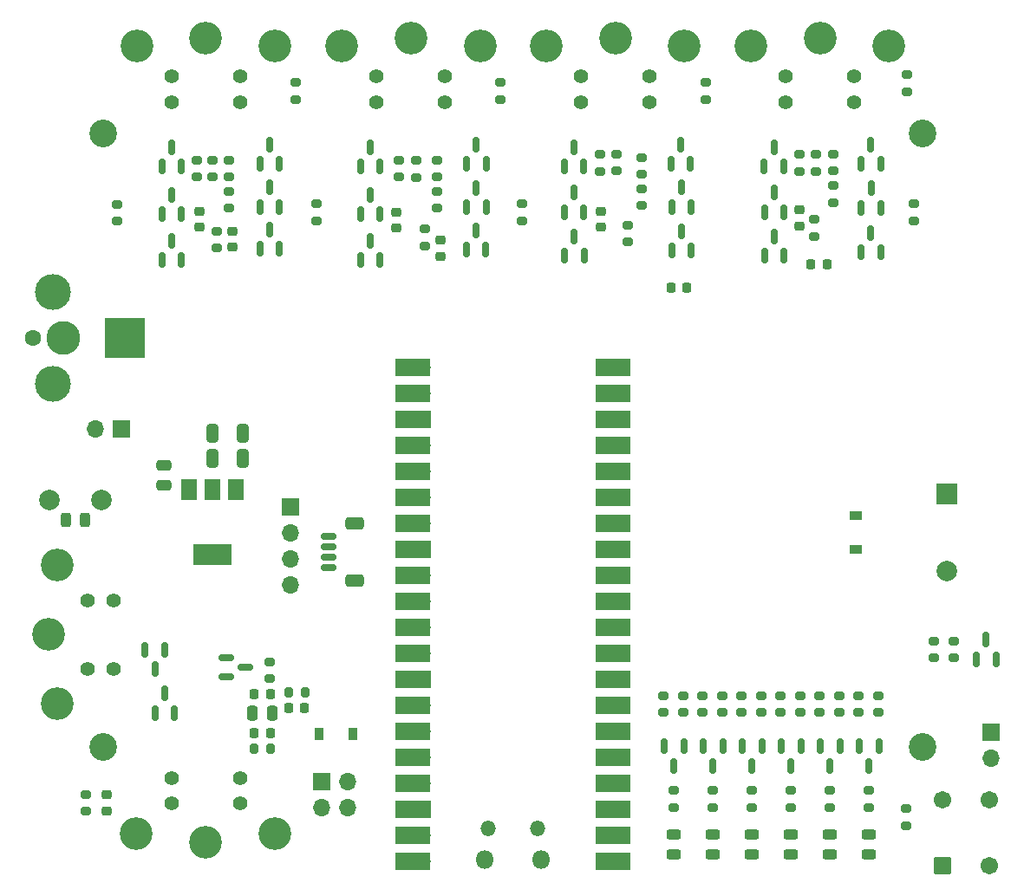
<source format=gts>
G04 #@! TF.GenerationSoftware,KiCad,Pcbnew,9.0.4-9.0.4-0~ubuntu22.04.1*
G04 #@! TF.CreationDate,2025-10-28T08:42:02-06:00*
G04 #@! TF.ProjectId,WOOTSwitch,574f4f54-5377-4697-9463-682e6b696361,rev?*
G04 #@! TF.SameCoordinates,Original*
G04 #@! TF.FileFunction,Soldermask,Top*
G04 #@! TF.FilePolarity,Negative*
%FSLAX46Y46*%
G04 Gerber Fmt 4.6, Leading zero omitted, Abs format (unit mm)*
G04 Created by KiCad (PCBNEW 9.0.4-9.0.4-0~ubuntu22.04.1) date 2025-10-28 08:42:02*
%MOMM*%
%LPD*%
G01*
G04 APERTURE LIST*
G04 Aperture macros list*
%AMRoundRect*
0 Rectangle with rounded corners*
0 $1 Rounding radius*
0 $2 $3 $4 $5 $6 $7 $8 $9 X,Y pos of 4 corners*
0 Add a 4 corners polygon primitive as box body*
4,1,4,$2,$3,$4,$5,$6,$7,$8,$9,$2,$3,0*
0 Add four circle primitives for the rounded corners*
1,1,$1+$1,$2,$3*
1,1,$1+$1,$4,$5*
1,1,$1+$1,$6,$7*
1,1,$1+$1,$8,$9*
0 Add four rect primitives between the rounded corners*
20,1,$1+$1,$2,$3,$4,$5,0*
20,1,$1+$1,$4,$5,$6,$7,0*
20,1,$1+$1,$6,$7,$8,$9,0*
20,1,$1+$1,$8,$9,$2,$3,0*%
G04 Aperture macros list end*
%ADD10RoundRect,0.200000X-0.275000X0.200000X-0.275000X-0.200000X0.275000X-0.200000X0.275000X0.200000X0*%
%ADD11RoundRect,0.150000X0.150000X-0.587500X0.150000X0.587500X-0.150000X0.587500X-0.150000X-0.587500X0*%
%ADD12RoundRect,0.200000X0.275000X-0.200000X0.275000X0.200000X-0.275000X0.200000X-0.275000X-0.200000X0*%
%ADD13RoundRect,0.243750X-0.456250X0.243750X-0.456250X-0.243750X0.456250X-0.243750X0.456250X0.243750X0*%
%ADD14RoundRect,0.225000X0.225000X0.250000X-0.225000X0.250000X-0.225000X-0.250000X0.225000X-0.250000X0*%
%ADD15RoundRect,0.225000X-0.250000X0.225000X-0.250000X-0.225000X0.250000X-0.225000X0.250000X0.225000X0*%
%ADD16RoundRect,0.218750X-0.256250X0.218750X-0.256250X-0.218750X0.256250X-0.218750X0.256250X0.218750X0*%
%ADD17RoundRect,0.243750X0.243750X0.456250X-0.243750X0.456250X-0.243750X-0.456250X0.243750X-0.456250X0*%
%ADD18RoundRect,0.150000X-0.150000X0.587500X-0.150000X-0.587500X0.150000X-0.587500X0.150000X0.587500X0*%
%ADD19C,2.700000*%
%ADD20C,1.400000*%
%ADD21C,3.200000*%
%ADD22RoundRect,0.150000X-0.587500X-0.150000X0.587500X-0.150000X0.587500X0.150000X-0.587500X0.150000X0*%
%ADD23R,1.700000X1.700000*%
%ADD24O,1.700000X1.700000*%
%ADD25RoundRect,0.102000X0.749000X-0.749000X0.749000X0.749000X-0.749000X0.749000X-0.749000X-0.749000X0*%
%ADD26C,1.702000*%
%ADD27C,1.600000*%
%ADD28R,4.000000X4.000000*%
%ADD29C,3.300000*%
%ADD30C,3.500000*%
%ADD31O,1.800000X1.800000*%
%ADD32O,1.500000X1.500000*%
%ADD33R,3.500000X1.700000*%
%ADD34R,1.500000X2.000000*%
%ADD35R,3.800000X2.000000*%
%ADD36R,2.000000X2.000000*%
%ADD37C,2.000000*%
%ADD38RoundRect,0.250000X-0.325000X-0.650000X0.325000X-0.650000X0.325000X0.650000X-0.325000X0.650000X0*%
%ADD39RoundRect,0.200000X-0.200000X-0.275000X0.200000X-0.275000X0.200000X0.275000X-0.200000X0.275000X0*%
%ADD40RoundRect,0.200000X0.200000X0.275000X-0.200000X0.275000X-0.200000X-0.275000X0.200000X-0.275000X0*%
%ADD41RoundRect,0.225000X-0.225000X-0.250000X0.225000X-0.250000X0.225000X0.250000X-0.225000X0.250000X0*%
%ADD42RoundRect,0.150000X-0.625000X0.150000X-0.625000X-0.150000X0.625000X-0.150000X0.625000X0.150000X0*%
%ADD43RoundRect,0.250000X-0.650000X0.350000X-0.650000X-0.350000X0.650000X-0.350000X0.650000X0.350000X0*%
%ADD44R,0.900000X1.200000*%
%ADD45RoundRect,0.250000X0.475000X-0.250000X0.475000X0.250000X-0.475000X0.250000X-0.475000X-0.250000X0*%
%ADD46R,1.200000X0.900000*%
%ADD47RoundRect,0.250000X0.250000X0.475000X-0.250000X0.475000X-0.250000X-0.475000X0.250000X-0.475000X0*%
G04 APERTURE END LIST*
D10*
X138010000Y-76080000D03*
X138010000Y-77730000D03*
X108810000Y-69070000D03*
X108810000Y-70720000D03*
X71350000Y-80940000D03*
X71350000Y-82590000D03*
D11*
X144010000Y-85645000D03*
X145910000Y-85645000D03*
X144960000Y-83770000D03*
D12*
X120110000Y-77710000D03*
X120110000Y-76060000D03*
X125730000Y-139890000D03*
X125730000Y-138240000D03*
D10*
X79130000Y-76635000D03*
X79130000Y-78285000D03*
D11*
X125510000Y-85455000D03*
X127410000Y-85455000D03*
X126460000Y-83580000D03*
D10*
X82300000Y-76630000D03*
X82300000Y-78280000D03*
D13*
X133350000Y-142572500D03*
X133350000Y-144447500D03*
D10*
X118520000Y-76080000D03*
X118520000Y-77730000D03*
D11*
X134550000Y-77285000D03*
X136450000Y-77285000D03*
X135500000Y-75410000D03*
X115050000Y-86005000D03*
X116950000Y-86005000D03*
X116000000Y-84130000D03*
D10*
X132334000Y-128969000D03*
X132334000Y-130619000D03*
D12*
X137160000Y-139890000D03*
X137160000Y-138240000D03*
D14*
X86300000Y-128790000D03*
X84750000Y-128790000D03*
D15*
X98590000Y-81750000D03*
X98590000Y-83300000D03*
D10*
X136144000Y-128969000D03*
X136144000Y-130619000D03*
X68326000Y-138621000D03*
X68326000Y-140271000D03*
D16*
X70358000Y-138658500D03*
X70358000Y-140233500D03*
D10*
X148450000Y-68310000D03*
X148450000Y-69960000D03*
D17*
X68255000Y-111800000D03*
X66380000Y-111800000D03*
D11*
X125530000Y-81200000D03*
X127430000Y-81200000D03*
X126480000Y-79325000D03*
X95120000Y-86425000D03*
X97020000Y-86425000D03*
X96070000Y-84550000D03*
D10*
X90840000Y-80920000D03*
X90840000Y-82570000D03*
X139460000Y-82460000D03*
X139460000Y-84110000D03*
D11*
X75740000Y-81890000D03*
X77640000Y-81890000D03*
X76690000Y-80015000D03*
D18*
X75990000Y-124465000D03*
X74090000Y-124465000D03*
X75040000Y-126340000D03*
D14*
X140660000Y-86840000D03*
X139110000Y-86840000D03*
D19*
X70000000Y-74000000D03*
D11*
X155260000Y-125397500D03*
X157160000Y-125397500D03*
X156210000Y-123522500D03*
D18*
X134300000Y-133936500D03*
X132400000Y-133936500D03*
X133350000Y-135811500D03*
D10*
X122590000Y-79450000D03*
X122590000Y-81100000D03*
D12*
X129540000Y-139890000D03*
X129540000Y-138240000D03*
D10*
X128524000Y-128969000D03*
X128524000Y-130619000D03*
X102600000Y-79705000D03*
X102600000Y-81355000D03*
D12*
X134239000Y-130619000D03*
X134239000Y-128969000D03*
D20*
X68500000Y-126350000D03*
X68500000Y-119650000D03*
X71000000Y-126350000D03*
X71000000Y-119650000D03*
D21*
X65510000Y-129760000D03*
X64700000Y-123000000D03*
X65510000Y-116240000D03*
D18*
X126680000Y-133936500D03*
X124780000Y-133936500D03*
X125730000Y-135811500D03*
D22*
X82015000Y-125230000D03*
X82015000Y-127130000D03*
X83890000Y-126180000D03*
D15*
X79350000Y-81660000D03*
X79350000Y-83210000D03*
D20*
X136630000Y-68490000D03*
X143330000Y-68490000D03*
X136630000Y-70990000D03*
X143330000Y-70990000D03*
D21*
X133220000Y-65500000D03*
X139980000Y-64690000D03*
X146740000Y-65500000D03*
D13*
X140970000Y-142572500D03*
X140970000Y-144447500D03*
D11*
X95120000Y-77285000D03*
X97020000Y-77285000D03*
X96070000Y-75410000D03*
D23*
X156718000Y-132583000D03*
D24*
X156718000Y-135123000D03*
D25*
X151990000Y-145610000D03*
D26*
X151990000Y-139110000D03*
X156490000Y-145610000D03*
X156490000Y-139110000D03*
D12*
X80640000Y-78285000D03*
X80640000Y-76635000D03*
D20*
X76670000Y-68490000D03*
X83370000Y-68490000D03*
X76670000Y-70990000D03*
X83370000Y-70990000D03*
D21*
X73260000Y-65500000D03*
X80020000Y-64690000D03*
X86780000Y-65500000D03*
D13*
X125730000Y-142572500D03*
X125730000Y-144447500D03*
D12*
X126619000Y-130619000D03*
X126619000Y-128969000D03*
D11*
X134570000Y-86005000D03*
X136470000Y-86005000D03*
X135520000Y-84130000D03*
D27*
X63100000Y-94000000D03*
D28*
X72100000Y-94000000D03*
D29*
X66100000Y-94000000D03*
D30*
X65100000Y-89500000D03*
X65100000Y-98500000D03*
D10*
X81100000Y-83575000D03*
X81100000Y-85225000D03*
X82300000Y-79705000D03*
X82300000Y-81355000D03*
D14*
X86300000Y-132600000D03*
X84750000Y-132600000D03*
D10*
X153035000Y-123635000D03*
X153035000Y-125285000D03*
D11*
X75740000Y-86430000D03*
X77640000Y-86430000D03*
X76690000Y-84555000D03*
D31*
X112725000Y-145000000D03*
D32*
X112425000Y-141970000D03*
X107575000Y-141970000D03*
D31*
X107275000Y-145000000D03*
D24*
X118890000Y-145130000D03*
D33*
X119790000Y-145130000D03*
D24*
X118890000Y-142590000D03*
D33*
X119790000Y-142590000D03*
D23*
X118890000Y-140050000D03*
D33*
X119790000Y-140050000D03*
D24*
X118890000Y-137510000D03*
D33*
X119790000Y-137510000D03*
D24*
X118890000Y-134970000D03*
D33*
X119790000Y-134970000D03*
D24*
X118890000Y-132430000D03*
D33*
X119790000Y-132430000D03*
D24*
X118890000Y-129890000D03*
D33*
X119790000Y-129890000D03*
D23*
X118890000Y-127350000D03*
D33*
X119790000Y-127350000D03*
D24*
X118890000Y-124810000D03*
D33*
X119790000Y-124810000D03*
D24*
X118890000Y-122270000D03*
D33*
X119790000Y-122270000D03*
D24*
X118890000Y-119730000D03*
D33*
X119790000Y-119730000D03*
D24*
X118890000Y-117190000D03*
D33*
X119790000Y-117190000D03*
D23*
X118890000Y-114650000D03*
D33*
X119790000Y-114650000D03*
D24*
X118890000Y-112110000D03*
D33*
X119790000Y-112110000D03*
D24*
X118890000Y-109570000D03*
D33*
X119790000Y-109570000D03*
D24*
X118890000Y-107030000D03*
D33*
X119790000Y-107030000D03*
D24*
X118890000Y-104490000D03*
D33*
X119790000Y-104490000D03*
D23*
X118890000Y-101950000D03*
D33*
X119790000Y-101950000D03*
D24*
X118890000Y-99410000D03*
D33*
X119790000Y-99410000D03*
D24*
X118890000Y-96870000D03*
D33*
X119790000Y-96870000D03*
D24*
X101110000Y-96870000D03*
D33*
X100210000Y-96870000D03*
D24*
X101110000Y-99410000D03*
D33*
X100210000Y-99410000D03*
D23*
X101110000Y-101950000D03*
D33*
X100210000Y-101950000D03*
D24*
X101110000Y-104490000D03*
D33*
X100210000Y-104490000D03*
D24*
X101110000Y-107030000D03*
D33*
X100210000Y-107030000D03*
D24*
X101110000Y-109570000D03*
D33*
X100210000Y-109570000D03*
D24*
X101110000Y-112110000D03*
D33*
X100210000Y-112110000D03*
D23*
X101110000Y-114650000D03*
D33*
X100210000Y-114650000D03*
D24*
X101110000Y-117190000D03*
D33*
X100210000Y-117190000D03*
D24*
X101110000Y-119730000D03*
D33*
X100210000Y-119730000D03*
D24*
X101110000Y-122270000D03*
D33*
X100210000Y-122270000D03*
D24*
X101110000Y-124810000D03*
D33*
X100210000Y-124810000D03*
D23*
X101110000Y-127350000D03*
D33*
X100210000Y-127350000D03*
D24*
X101110000Y-129890000D03*
D33*
X100210000Y-129890000D03*
D24*
X101110000Y-132430000D03*
D33*
X100210000Y-132430000D03*
D24*
X101110000Y-134970000D03*
D33*
X100210000Y-134970000D03*
D24*
X101110000Y-137510000D03*
D33*
X100210000Y-137510000D03*
D23*
X101110000Y-140050000D03*
D33*
X100210000Y-140050000D03*
D24*
X101110000Y-142590000D03*
D33*
X100210000Y-142590000D03*
D24*
X101110000Y-145130000D03*
D33*
X100210000Y-145130000D03*
D34*
X82945000Y-108864000D03*
X80645000Y-108864000D03*
D35*
X80645000Y-115164000D03*
D34*
X78345000Y-108864000D03*
D10*
X151130000Y-123635000D03*
X151130000Y-125285000D03*
D36*
X152400000Y-109230000D03*
D37*
X152400000Y-116830000D03*
D38*
X80680000Y-103370000D03*
X83630000Y-103370000D03*
D10*
X102600000Y-76630000D03*
X102600000Y-78280000D03*
D39*
X88090000Y-128630000D03*
X89740000Y-128630000D03*
D14*
X89675000Y-130175000D03*
X88125000Y-130175000D03*
D40*
X86340000Y-134190000D03*
X84690000Y-134190000D03*
D18*
X138110000Y-133936500D03*
X136210000Y-133936500D03*
X137160000Y-135811500D03*
D11*
X144000000Y-76980000D03*
X145900000Y-76980000D03*
X144950000Y-75105000D03*
D10*
X121250000Y-83000000D03*
X121250000Y-84650000D03*
D23*
X88265000Y-110490000D03*
D24*
X88265000Y-113030000D03*
X88265000Y-115570000D03*
X88265000Y-118110000D03*
D41*
X125415000Y-89150000D03*
X126965000Y-89150000D03*
D11*
X105430000Y-85410000D03*
X107330000Y-85410000D03*
X106380000Y-83535000D03*
X105480000Y-81235000D03*
X107380000Y-81235000D03*
X106430000Y-79360000D03*
D12*
X100550000Y-78320000D03*
X100550000Y-76670000D03*
D11*
X95120000Y-81890000D03*
X97020000Y-81890000D03*
X96070000Y-80015000D03*
D10*
X128800000Y-69085000D03*
X128800000Y-70735000D03*
D12*
X138049000Y-130619000D03*
X138049000Y-128969000D03*
D11*
X85290000Y-77040000D03*
X87190000Y-77040000D03*
X86240000Y-75165000D03*
D10*
X101370000Y-83360000D03*
X101370000Y-85010000D03*
D19*
X150000000Y-74000000D03*
D10*
X141320000Y-76070000D03*
X141320000Y-77720000D03*
D15*
X138000000Y-81530000D03*
X138000000Y-83080000D03*
D20*
X96680000Y-68490000D03*
X103380000Y-68490000D03*
X96680000Y-70990000D03*
X103380000Y-70990000D03*
D21*
X93270000Y-65500000D03*
X100030000Y-64690000D03*
X106790000Y-65500000D03*
D11*
X115020000Y-81710000D03*
X116920000Y-81710000D03*
X115970000Y-79835000D03*
D10*
X148360000Y-140020000D03*
X148360000Y-141670000D03*
D11*
X75060000Y-130650000D03*
X76960000Y-130650000D03*
X76010000Y-128775000D03*
D12*
X140970000Y-139890000D03*
X140970000Y-138240000D03*
D11*
X85290000Y-81195000D03*
X87190000Y-81195000D03*
X86240000Y-79320000D03*
D12*
X133350000Y-139890000D03*
X133350000Y-138240000D03*
X139580000Y-77730000D03*
X139580000Y-76080000D03*
D11*
X85290000Y-85325000D03*
X87190000Y-85325000D03*
X86240000Y-83450000D03*
D20*
X116650000Y-68490000D03*
X123350000Y-68490000D03*
X116650000Y-70990000D03*
X123350000Y-70990000D03*
D21*
X113240000Y-65500000D03*
X120000000Y-64690000D03*
X126760000Y-65500000D03*
D37*
X64770000Y-109855000D03*
X69850000Y-109855000D03*
D42*
X92020000Y-113435000D03*
X92020000Y-114435000D03*
X92020000Y-115435000D03*
X92020000Y-116435000D03*
D43*
X94545000Y-112135000D03*
X94545000Y-117735000D03*
D10*
X88780000Y-69070000D03*
X88780000Y-70720000D03*
D15*
X118580000Y-81650000D03*
X118580000Y-83200000D03*
D10*
X141320000Y-79155000D03*
X141320000Y-80805000D03*
D11*
X105480000Y-77040000D03*
X107380000Y-77040000D03*
X106430000Y-75165000D03*
D44*
X94360000Y-132730000D03*
X91060000Y-132730000D03*
D19*
X150000000Y-134000000D03*
D18*
X130490000Y-133936500D03*
X128590000Y-133936500D03*
X129540000Y-135811500D03*
D10*
X143764000Y-128969000D03*
X143764000Y-130619000D03*
X124714000Y-128969000D03*
X124714000Y-130619000D03*
D20*
X83350000Y-139500000D03*
X76650000Y-139500000D03*
X83350000Y-137000000D03*
X76650000Y-137000000D03*
D21*
X86760000Y-142490000D03*
X80000000Y-143300000D03*
X73240000Y-142490000D03*
D10*
X110850000Y-80920000D03*
X110850000Y-82570000D03*
D19*
X70000000Y-134000000D03*
D15*
X102900000Y-84470000D03*
X102900000Y-86020000D03*
D45*
X75946000Y-108392000D03*
X75946000Y-106492000D03*
D12*
X144780000Y-139890000D03*
X144780000Y-138240000D03*
D11*
X125450000Y-76980000D03*
X127350000Y-76980000D03*
X126400000Y-75105000D03*
D46*
X143510000Y-111380000D03*
X143510000Y-114680000D03*
D12*
X130429000Y-130619000D03*
X130429000Y-128969000D03*
D18*
X145730000Y-133936500D03*
X143830000Y-133936500D03*
X144780000Y-135811500D03*
D12*
X141859000Y-130619000D03*
X141859000Y-128969000D03*
D11*
X134590000Y-81710000D03*
X136490000Y-81710000D03*
X135540000Y-79835000D03*
X115030000Y-77285000D03*
X116930000Y-77285000D03*
X115980000Y-75410000D03*
D10*
X98890000Y-76650000D03*
X98890000Y-78300000D03*
D23*
X91325000Y-137389000D03*
D24*
X93865000Y-137389000D03*
X91325000Y-139929000D03*
X93865000Y-139929000D03*
D38*
X80670000Y-105790000D03*
X83620000Y-105790000D03*
D11*
X144030000Y-81285000D03*
X145930000Y-81285000D03*
X144980000Y-79410000D03*
D23*
X71755000Y-102870000D03*
D24*
X69215000Y-102870000D03*
D10*
X122590000Y-76390000D03*
X122590000Y-78040000D03*
X139954000Y-128969000D03*
X139954000Y-130619000D03*
D11*
X75710000Y-77285000D03*
X77610000Y-77285000D03*
X76660000Y-75410000D03*
D15*
X82650000Y-83620000D03*
X82650000Y-85170000D03*
D12*
X145669000Y-130619000D03*
X145669000Y-128969000D03*
D13*
X129540000Y-142572500D03*
X129540000Y-144447500D03*
D12*
X86270000Y-127300000D03*
X86270000Y-125650000D03*
D10*
X149180000Y-80920000D03*
X149180000Y-82570000D03*
D18*
X141920000Y-133936500D03*
X140020000Y-133936500D03*
X140970000Y-135811500D03*
D13*
X137160000Y-142572500D03*
X137160000Y-144447500D03*
D47*
X86475000Y-130695000D03*
X84575000Y-130695000D03*
D13*
X144780000Y-142572500D03*
X144780000Y-144447500D03*
M02*

</source>
